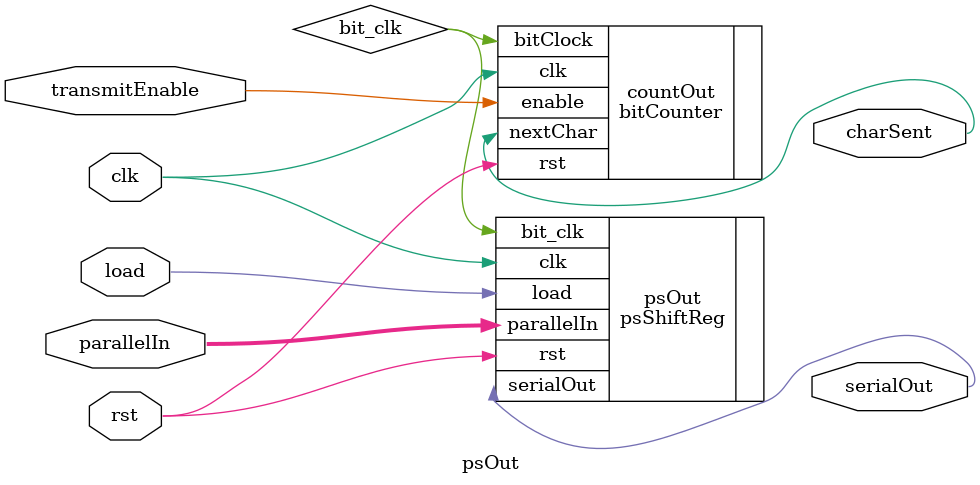
<source format=v>
module psOut(serialOut, charSent, parallelIn, load, transmitEnable, clk, rst);
	input clk, rst;
	input load, transmitEnable;
	input [7:0] parallelIn;
	output serialOut;
	output charSent;

	// bit counter & data shifting
	wire bit_clk;
	bitCounter #(11) countOut (.bitClock(bit_clk), .nextChar(charSent), .enable(transmitEnable), .clk(clk), .rst(rst));
	psShiftReg psOut(.serialOut(serialOut), .parallelIn(parallelIn), .load(load), .bit_clk(bit_clk), .clk(clk), .rst(rst));
endmodule

</source>
